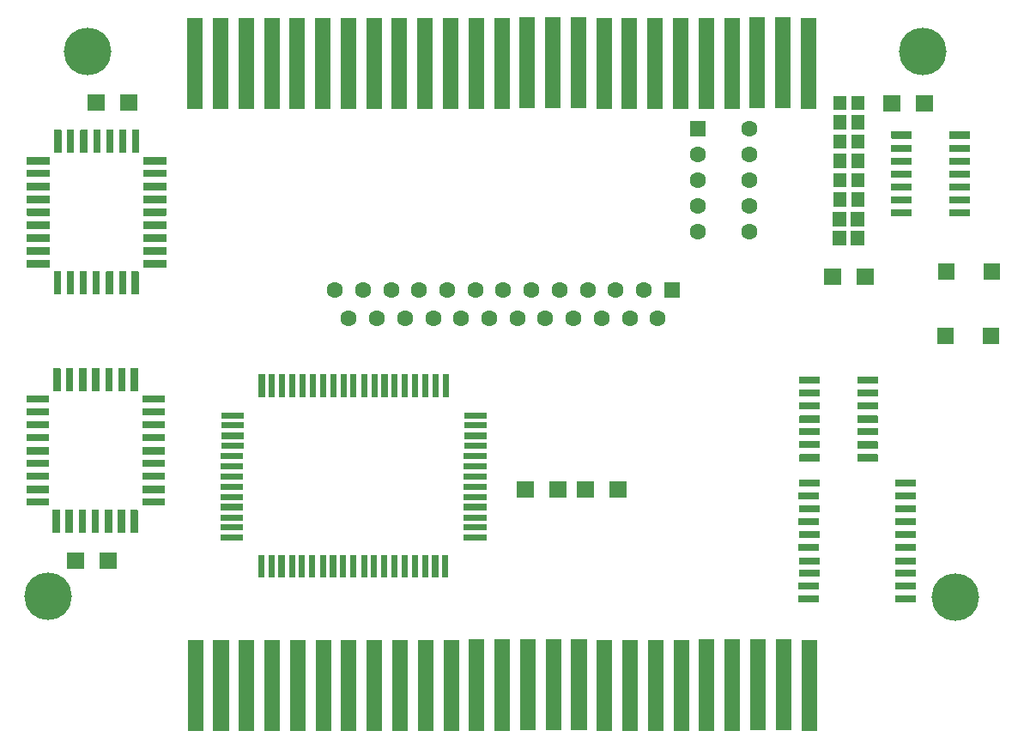
<source format=gbr>
%TF.GenerationSoftware,KiCad,Pcbnew,(6.0.2)*%
%TF.CreationDate,2022-07-22T23:45:13-05:00*%
%TF.ProjectId,REF1329_Optimized,52454631-3332-4395-9f4f-7074696d697a,rev?*%
%TF.SameCoordinates,Original*%
%TF.FileFunction,Soldermask,Top*%
%TF.FilePolarity,Negative*%
%FSLAX46Y46*%
G04 Gerber Fmt 4.6, Leading zero omitted, Abs format (unit mm)*
G04 Created by KiCad (PCBNEW (6.0.2)) date 2022-07-22 23:45:13*
%MOMM*%
%LPD*%
G01*
G04 APERTURE LIST*
%ADD10C,0.000000*%
%ADD11C,0.795000*%
%ADD12C,4.680000*%
%ADD13R,1.310000X1.390000*%
%ADD14R,1.530000X9.000000*%
%ADD15R,1.710000X1.630000*%
%ADD16R,1.590000X1.590000*%
%ADD17R,1.600000X1.600000*%
%ADD18C,1.600000*%
%ADD19R,1.700000X1.630000*%
%ADD20R,0.700000X2.270000*%
%ADD21R,2.270000X0.700000*%
%ADD22R,2.000000X0.700000*%
%ADD23R,0.600000X2.220000*%
%ADD24R,2.220000X0.600000*%
G04 APERTURE END LIST*
D10*
G36*
X110160800Y-73775700D02*
G01*
X108460800Y-73775700D01*
X108460800Y-72145700D01*
X110160800Y-72145700D01*
X110160800Y-73775700D01*
G37*
G36*
X190122400Y-113395100D02*
G01*
X188122400Y-113395100D01*
X188122400Y-112695100D01*
X190122400Y-112695100D01*
X190122400Y-113395100D01*
G37*
G36*
X127906800Y-101971000D02*
G01*
X127306800Y-101971000D01*
X127306800Y-99751000D01*
X127906800Y-99751000D01*
X127906800Y-101971000D01*
G37*
G36*
X116081400Y-103790700D02*
G01*
X113811400Y-103790700D01*
X113811400Y-103090700D01*
X116081400Y-103090700D01*
X116081400Y-103790700D01*
G37*
G36*
X195440500Y-81605400D02*
G01*
X193440500Y-81605400D01*
X193440500Y-80905400D01*
X195440500Y-80905400D01*
X195440500Y-81605400D01*
G37*
G36*
X125922400Y-101971000D02*
G01*
X125322400Y-101971000D01*
X125322400Y-99751000D01*
X125922400Y-99751000D01*
X125922400Y-101971000D01*
G37*
G36*
X157673200Y-134885700D02*
G01*
X156143200Y-134885700D01*
X156143200Y-125885700D01*
X157673200Y-125885700D01*
X157673200Y-134885700D01*
G37*
G36*
X180597400Y-114665100D02*
G01*
X178597400Y-114665100D01*
X178597400Y-113965100D01*
X180597400Y-113965100D01*
X180597400Y-114665100D01*
G37*
G36*
X108430500Y-77905700D02*
G01*
X107730500Y-77905700D01*
X107730500Y-75635700D01*
X108430500Y-75635700D01*
X108430500Y-77905700D01*
G37*
G36*
X109660800Y-91875700D02*
G01*
X108960800Y-91875700D01*
X108960800Y-89605700D01*
X109660800Y-89605700D01*
X109660800Y-91875700D01*
G37*
G36*
X190122400Y-121015100D02*
G01*
X188122400Y-121015100D01*
X188122400Y-120315100D01*
X190122400Y-120315100D01*
X190122400Y-121015100D01*
G37*
G36*
X129891100Y-119830400D02*
G01*
X129291100Y-119830400D01*
X129291100Y-117610400D01*
X129891100Y-117610400D01*
X129891100Y-119830400D01*
G37*
G36*
X116081400Y-112720400D02*
G01*
X113811400Y-112720400D01*
X113811400Y-112020400D01*
X116081400Y-112020400D01*
X116081400Y-112720400D01*
G37*
G36*
X127867100Y-119830400D02*
G01*
X127267100Y-119830400D01*
X127267100Y-117610400D01*
X127867100Y-117610400D01*
X127867100Y-119830400D01*
G37*
G36*
X195440500Y-84185100D02*
G01*
X193440500Y-84185100D01*
X193440500Y-83485100D01*
X195440500Y-83485100D01*
X195440500Y-84185100D01*
G37*
G36*
X106962100Y-115410400D02*
G01*
X106262100Y-115410400D01*
X106262100Y-113140400D01*
X106962100Y-113140400D01*
X106962100Y-115410400D01*
G37*
G36*
X185094300Y-81275700D02*
G01*
X183784300Y-81275700D01*
X183784300Y-79885700D01*
X185094300Y-79885700D01*
X185094300Y-81275700D01*
G37*
G36*
X180676800Y-103235100D02*
G01*
X178676800Y-103235100D01*
X178676800Y-102535100D01*
X180676800Y-102535100D01*
X180676800Y-103235100D01*
G37*
G36*
X104730800Y-79025700D02*
G01*
X102460800Y-79025700D01*
X102460800Y-78325700D01*
X104730800Y-78325700D01*
X104730800Y-79025700D01*
G37*
G36*
X113510500Y-77905700D02*
G01*
X112810500Y-77905700D01*
X112810500Y-75635700D01*
X113510500Y-75635700D01*
X113510500Y-77905700D01*
G37*
G36*
X123795500Y-109098500D02*
G01*
X121575500Y-109098500D01*
X121575500Y-108498500D01*
X123795500Y-108498500D01*
X123795500Y-109098500D01*
G37*
G36*
X180597400Y-122285100D02*
G01*
X178597400Y-122285100D01*
X178597400Y-121585100D01*
X180597400Y-121585100D01*
X180597400Y-122285100D01*
G37*
G36*
X142035500Y-119830400D02*
G01*
X141435500Y-119830400D01*
X141435500Y-117610400D01*
X142035500Y-117610400D01*
X142035500Y-119830400D01*
G37*
G36*
X116200500Y-79025700D02*
G01*
X113930500Y-79025700D01*
X113930500Y-78325700D01*
X116200500Y-78325700D01*
X116200500Y-79025700D01*
G37*
G36*
X104730800Y-86645700D02*
G01*
X102460800Y-86645700D01*
X102460800Y-85945700D01*
X104730800Y-85945700D01*
X104730800Y-86645700D01*
G37*
D11*
X169041100Y-85660700D02*
G75*
G03*
X169041100Y-85660700I-397500J0D01*
G01*
D10*
G36*
X185094300Y-77465700D02*
G01*
X183784300Y-77465700D01*
X183784300Y-76075700D01*
X185094300Y-76075700D01*
X185094300Y-77465700D01*
G37*
G36*
X112161100Y-101440400D02*
G01*
X111461100Y-101440400D01*
X111461100Y-99170400D01*
X112161100Y-99170400D01*
X112161100Y-101440400D01*
G37*
G36*
X189725500Y-76485700D02*
G01*
X187725500Y-76485700D01*
X187725500Y-75785700D01*
X189725500Y-75785700D01*
X189725500Y-76485700D01*
G37*
G36*
X195440500Y-82915100D02*
G01*
X193440500Y-82915100D01*
X193440500Y-82215100D01*
X195440500Y-82215100D01*
X195440500Y-82915100D01*
G37*
G36*
X147766800Y-113146600D02*
G01*
X145546800Y-113146600D01*
X145546800Y-112546600D01*
X147766800Y-112546600D01*
X147766800Y-113146600D01*
G37*
G36*
X132455200Y-134947700D02*
G01*
X130925200Y-134947700D01*
X130925200Y-125947700D01*
X132455200Y-125947700D01*
X132455200Y-134947700D01*
G37*
G36*
X104730800Y-87915700D02*
G01*
X102460800Y-87915700D01*
X102460800Y-87215700D01*
X104730800Y-87215700D01*
X104730800Y-87915700D01*
G37*
G36*
X140051100Y-101971000D02*
G01*
X139451100Y-101971000D01*
X139451100Y-99751000D01*
X140051100Y-99751000D01*
X140051100Y-101971000D01*
G37*
G36*
X122368200Y-134956700D02*
G01*
X120838200Y-134956700D01*
X120838200Y-125956700D01*
X122368200Y-125956700D01*
X122368200Y-134956700D01*
G37*
G36*
X116081400Y-102560400D02*
G01*
X113811400Y-102560400D01*
X113811400Y-101860400D01*
X116081400Y-101860400D01*
X116081400Y-102560400D01*
G37*
G36*
X188583300Y-73815400D02*
G01*
X186883300Y-73815400D01*
X186883300Y-72185400D01*
X188583300Y-72185400D01*
X188583300Y-73815400D01*
G37*
G36*
X193886100Y-96774500D02*
G01*
X192296100Y-96774500D01*
X192296100Y-95184500D01*
X193886100Y-95184500D01*
X193886100Y-96774500D01*
G37*
G36*
X132986800Y-101971000D02*
G01*
X132386800Y-101971000D01*
X132386800Y-99751000D01*
X132986800Y-99751000D01*
X132986800Y-101971000D01*
G37*
G36*
X104651400Y-102560400D02*
G01*
X102381400Y-102560400D01*
X102381400Y-101860400D01*
X104651400Y-101860400D01*
X104651400Y-102560400D01*
G37*
G36*
X147766800Y-109098500D02*
G01*
X145546800Y-109098500D01*
X145546800Y-108498500D01*
X147766800Y-108498500D01*
X147766800Y-109098500D01*
G37*
G36*
X160193900Y-134953900D02*
G01*
X158663900Y-134953900D01*
X158663900Y-125953900D01*
X160193900Y-125953900D01*
X160193900Y-134953900D01*
G37*
G36*
X130883300Y-119830400D02*
G01*
X130283300Y-119830400D01*
X130283300Y-117610400D01*
X130883300Y-117610400D01*
X130883300Y-119830400D01*
G37*
G36*
X147806400Y-105090100D02*
G01*
X145586400Y-105090100D01*
X145586400Y-104490100D01*
X147806400Y-104490100D01*
X147806400Y-105090100D01*
G37*
D11*
X174121100Y-80580700D02*
G75*
G03*
X174121100Y-80580700I-397500J0D01*
G01*
D10*
G36*
X112280200Y-77905700D02*
G01*
X111580200Y-77905700D01*
X111580200Y-75635700D01*
X112280200Y-75635700D01*
X112280200Y-77905700D01*
G37*
G36*
X119845900Y-134952900D02*
G01*
X118315900Y-134952900D01*
X118315900Y-125952900D01*
X119845900Y-125952900D01*
X119845900Y-134952900D01*
G37*
G36*
X116200500Y-87915700D02*
G01*
X113930500Y-87915700D01*
X113930500Y-87215700D01*
X116200500Y-87215700D01*
X116200500Y-87915700D01*
G37*
G36*
X141003600Y-119830400D02*
G01*
X140403600Y-119830400D01*
X140403600Y-117610400D01*
X141003600Y-117610400D01*
X141003600Y-119830400D01*
G37*
G36*
X182749300Y-90960400D02*
G01*
X181049300Y-90960400D01*
X181049300Y-89330400D01*
X182749300Y-89330400D01*
X182749300Y-90960400D01*
G37*
G36*
X138979600Y-119830400D02*
G01*
X138379600Y-119830400D01*
X138379600Y-117610400D01*
X138979600Y-117610400D01*
X138979600Y-119830400D01*
G37*
G36*
X107081100Y-91875700D02*
G01*
X106381100Y-91875700D01*
X106381100Y-89605700D01*
X107081100Y-89605700D01*
X107081100Y-91875700D01*
G37*
G36*
X123795500Y-113146600D02*
G01*
X121575500Y-113146600D01*
X121575500Y-112546600D01*
X123795500Y-112546600D01*
X123795500Y-113146600D01*
G37*
G36*
X180676800Y-100695100D02*
G01*
X178676800Y-100695100D01*
X178676800Y-99995100D01*
X180676800Y-99995100D01*
X180676800Y-100695100D01*
G37*
G36*
X116081400Y-108910400D02*
G01*
X113811400Y-108910400D01*
X113811400Y-108210400D01*
X116081400Y-108210400D01*
X116081400Y-108910400D01*
G37*
G36*
X126874900Y-119830400D02*
G01*
X126274900Y-119830400D01*
X126274900Y-117610400D01*
X126874900Y-117610400D01*
X126874900Y-119830400D01*
G37*
G36*
X108311400Y-101440400D02*
G01*
X107611400Y-101440400D01*
X107611400Y-99170400D01*
X108311400Y-99170400D01*
X108311400Y-101440400D01*
G37*
G36*
X191798000Y-73815400D02*
G01*
X190098000Y-73815400D01*
X190098000Y-72185400D01*
X191798000Y-72185400D01*
X191798000Y-73815400D01*
G37*
G36*
X147806400Y-106121900D02*
G01*
X145586400Y-106121900D01*
X145586400Y-105521900D01*
X147806400Y-105521900D01*
X147806400Y-106121900D01*
G37*
G36*
X185094300Y-79370700D02*
G01*
X183784300Y-79370700D01*
X183784300Y-77980700D01*
X185094300Y-77980700D01*
X185094300Y-79370700D01*
G37*
G36*
X189725500Y-81605400D02*
G01*
X187725500Y-81605400D01*
X187725500Y-80905400D01*
X189725500Y-80905400D01*
X189725500Y-81605400D01*
G37*
G36*
X143067400Y-101971000D02*
G01*
X142467400Y-101971000D01*
X142467400Y-99751000D01*
X143067400Y-99751000D01*
X143067400Y-101971000D01*
G37*
G36*
X109581400Y-101440400D02*
G01*
X108881400Y-101440400D01*
X108881400Y-99170400D01*
X109581400Y-99170400D01*
X109581400Y-101440400D01*
G37*
G36*
X185094300Y-75560700D02*
G01*
X183784300Y-75560700D01*
X183784300Y-74170700D01*
X185094300Y-74170700D01*
X185094300Y-75560700D01*
G37*
G36*
X143027700Y-119830400D02*
G01*
X142427700Y-119830400D01*
X142427700Y-117610400D01*
X143027700Y-117610400D01*
X143027700Y-119830400D01*
G37*
G36*
X109700500Y-77905700D02*
G01*
X109000500Y-77905700D01*
X109000500Y-75635700D01*
X109700500Y-75635700D01*
X109700500Y-77905700D01*
G37*
G36*
X185094300Y-83180700D02*
G01*
X183784300Y-83180700D01*
X183784300Y-81790700D01*
X185094300Y-81790700D01*
X185094300Y-83180700D01*
G37*
G36*
X180597400Y-115935100D02*
G01*
X178597400Y-115935100D01*
X178597400Y-115235100D01*
X180597400Y-115235100D01*
X180597400Y-115935100D01*
G37*
G36*
X155150900Y-134890900D02*
G01*
X153620900Y-134890900D01*
X153620900Y-125890900D01*
X155150900Y-125890900D01*
X155150900Y-134890900D01*
G37*
G36*
X190122400Y-112085400D02*
G01*
X188122400Y-112085400D01*
X188122400Y-111385400D01*
X190122400Y-111385400D01*
X190122400Y-112085400D01*
G37*
G36*
X162716200Y-134948700D02*
G01*
X161186200Y-134948700D01*
X161186200Y-125948700D01*
X162716200Y-125948700D01*
X162716200Y-134948700D01*
G37*
G36*
X180597400Y-113395100D02*
G01*
X178597400Y-113395100D01*
X178597400Y-112695100D01*
X180597400Y-112695100D01*
X180597400Y-113395100D01*
G37*
G36*
X124889900Y-134951900D02*
G01*
X123359900Y-134951900D01*
X123359900Y-125951900D01*
X124889900Y-125951900D01*
X124889900Y-134951900D01*
G37*
G36*
X116200500Y-86645700D02*
G01*
X113930500Y-86645700D01*
X113930500Y-85945700D01*
X116200500Y-85945700D01*
X116200500Y-86645700D01*
G37*
G36*
X134976900Y-134937900D02*
G01*
X133446900Y-134937900D01*
X133446900Y-125937900D01*
X134976900Y-125937900D01*
X134976900Y-134937900D01*
G37*
G36*
X129930800Y-101971000D02*
G01*
X129330800Y-101971000D01*
X129330800Y-99751000D01*
X129930800Y-99751000D01*
X129930800Y-101971000D01*
G37*
G36*
X104651400Y-105100400D02*
G01*
X102381400Y-105100400D01*
X102381400Y-104400400D01*
X104651400Y-104400400D01*
X104651400Y-105100400D01*
G37*
G36*
X127412200Y-134946700D02*
G01*
X125882200Y-134946700D01*
X125882200Y-125946700D01*
X127412200Y-125946700D01*
X127412200Y-134946700D01*
G37*
G36*
X142542200Y-134940700D02*
G01*
X141012200Y-134940700D01*
X141012200Y-125940700D01*
X142542200Y-125940700D01*
X142542200Y-134940700D01*
G37*
G36*
X147586200Y-134925700D02*
G01*
X146056200Y-134925700D01*
X146056200Y-125925700D01*
X147586200Y-125925700D01*
X147586200Y-134925700D01*
G37*
G36*
X123795500Y-114178500D02*
G01*
X121575500Y-114178500D01*
X121575500Y-113578500D01*
X123795500Y-113578500D01*
X123795500Y-114178500D01*
G37*
G36*
X104730800Y-84066000D02*
G01*
X102460800Y-84066000D01*
X102460800Y-83366000D01*
X104730800Y-83366000D01*
X104730800Y-84066000D01*
G37*
G36*
X104651400Y-103790700D02*
G01*
X102381400Y-103790700D01*
X102381400Y-103090700D01*
X104651400Y-103090700D01*
X104651400Y-103790700D01*
G37*
G36*
X147806400Y-104097900D02*
G01*
X145586400Y-104097900D01*
X145586400Y-103497900D01*
X147806400Y-103497900D01*
X147806400Y-104097900D01*
G37*
G36*
X136042700Y-101971000D02*
G01*
X135442700Y-101971000D01*
X135442700Y-99751000D01*
X136042700Y-99751000D01*
X136042700Y-101971000D01*
G37*
G36*
X180597400Y-118514800D02*
G01*
X178597400Y-118514800D01*
X178597400Y-117814800D01*
X180597400Y-117814800D01*
X180597400Y-118514800D01*
G37*
G36*
X161635500Y-111915400D02*
G01*
X159935500Y-111915400D01*
X159935500Y-110285400D01*
X161635500Y-110285400D01*
X161635500Y-111915400D01*
G37*
G36*
X113470800Y-91875700D02*
G01*
X112770800Y-91875700D01*
X112770800Y-89605700D01*
X113470800Y-89605700D01*
X113470800Y-91875700D01*
G37*
G36*
X195440500Y-79065400D02*
G01*
X193440500Y-79065400D01*
X193440500Y-78365400D01*
X195440500Y-78365400D01*
X195440500Y-79065400D01*
G37*
G36*
X155642700Y-111915400D02*
G01*
X153942700Y-111915400D01*
X153942700Y-110285400D01*
X155642700Y-110285400D01*
X155642700Y-111915400D01*
G37*
G36*
X110891100Y-101440400D02*
G01*
X110191100Y-101440400D01*
X110191100Y-99170400D01*
X110891100Y-99170400D01*
X110891100Y-101440400D01*
G37*
G36*
X185094300Y-73655700D02*
G01*
X183784300Y-73655700D01*
X183784300Y-72265700D01*
X185094300Y-72265700D01*
X185094300Y-73655700D01*
G37*
G36*
X112121400Y-115410400D02*
G01*
X111421400Y-115410400D01*
X111421400Y-113140400D01*
X112121400Y-113140400D01*
X112121400Y-115410400D01*
G37*
G36*
X142075200Y-101971000D02*
G01*
X141475200Y-101971000D01*
X141475200Y-99751000D01*
X142075200Y-99751000D01*
X142075200Y-101971000D01*
G37*
D11*
X169041100Y-75500700D02*
G75*
G03*
X169041100Y-75500700I-397500J0D01*
G01*
D10*
G36*
X116081400Y-107600700D02*
G01*
X113811400Y-107600700D01*
X113811400Y-106900700D01*
X116081400Y-106900700D01*
X116081400Y-107600700D01*
G37*
G36*
X105850800Y-77905700D02*
G01*
X105150800Y-77905700D01*
X105150800Y-75635700D01*
X105850800Y-75635700D01*
X105850800Y-77905700D01*
G37*
G36*
X123795500Y-116162900D02*
G01*
X121575500Y-116162900D01*
X121575500Y-115562900D01*
X123795500Y-115562900D01*
X123795500Y-116162900D01*
G37*
G36*
X186352100Y-100695100D02*
G01*
X184352100Y-100695100D01*
X184352100Y-99995100D01*
X186352100Y-99995100D01*
X186352100Y-100695100D01*
G37*
G36*
X152629200Y-134900700D02*
G01*
X151099200Y-134900700D01*
X151099200Y-125900700D01*
X152629200Y-125900700D01*
X152629200Y-134900700D01*
G37*
G36*
X116200500Y-89185700D02*
G01*
X113930500Y-89185700D01*
X113930500Y-88485700D01*
X116200500Y-88485700D01*
X116200500Y-89185700D01*
G37*
D11*
X174121100Y-75500700D02*
G75*
G03*
X174121100Y-75500700I-397500J0D01*
G01*
D10*
G36*
X104651400Y-110180400D02*
G01*
X102381400Y-110180400D01*
X102381400Y-109480400D01*
X104651400Y-109480400D01*
X104651400Y-110180400D01*
G37*
G36*
X186352100Y-105775100D02*
G01*
X184352100Y-105775100D01*
X184352100Y-105075100D01*
X186352100Y-105075100D01*
X186352100Y-105775100D01*
G37*
G36*
X141043300Y-101971000D02*
G01*
X140443300Y-101971000D01*
X140443300Y-99751000D01*
X141043300Y-99751000D01*
X141043300Y-101971000D01*
G37*
G36*
X104730800Y-81565700D02*
G01*
X102460800Y-81565700D01*
X102460800Y-80865700D01*
X104730800Y-80865700D01*
X104730800Y-81565700D01*
G37*
G36*
X147806400Y-107074500D02*
G01*
X145586400Y-107074500D01*
X145586400Y-106474500D01*
X147806400Y-106474500D01*
X147806400Y-107074500D01*
G37*
G36*
X186352100Y-108275400D02*
G01*
X184352100Y-108275400D01*
X184352100Y-107575400D01*
X186352100Y-107575400D01*
X186352100Y-108275400D01*
G37*
G36*
X134971100Y-101971000D02*
G01*
X134371100Y-101971000D01*
X134371100Y-99751000D01*
X134971100Y-99751000D01*
X134971100Y-101971000D01*
G37*
G36*
X190122400Y-118514800D02*
G01*
X188122400Y-118514800D01*
X188122400Y-117814800D01*
X190122400Y-117814800D01*
X190122400Y-118514800D01*
G37*
G36*
X180597400Y-112085400D02*
G01*
X178597400Y-112085400D01*
X178597400Y-111385400D01*
X180597400Y-111385400D01*
X180597400Y-112085400D01*
G37*
G36*
X183308300Y-73655700D02*
G01*
X181998300Y-73655700D01*
X181998300Y-72265700D01*
X183308300Y-72265700D01*
X183308300Y-73655700D01*
G37*
G36*
X116200500Y-85375700D02*
G01*
X113930500Y-85375700D01*
X113930500Y-84675700D01*
X116200500Y-84675700D01*
X116200500Y-85375700D01*
G37*
G36*
X147766800Y-114178500D02*
G01*
X145546800Y-114178500D01*
X145546800Y-113578500D01*
X147766800Y-113578500D01*
X147766800Y-114178500D01*
G37*
D11*
X169041100Y-83120700D02*
G75*
G03*
X169041100Y-83120700I-397500J0D01*
G01*
D10*
G36*
X128938600Y-101971000D02*
G01*
X128338600Y-101971000D01*
X128338600Y-99751000D01*
X128938600Y-99751000D01*
X128938600Y-101971000D01*
G37*
G36*
X104651400Y-107600700D02*
G01*
X102381400Y-107600700D01*
X102381400Y-106900700D01*
X104651400Y-106900700D01*
X104651400Y-107600700D01*
G37*
G36*
X183308300Y-81275700D02*
G01*
X181998300Y-81275700D01*
X181998300Y-79885700D01*
X183308300Y-79885700D01*
X183308300Y-81275700D01*
G37*
G36*
X190122400Y-115935100D02*
G01*
X188122400Y-115935100D01*
X188122400Y-115235100D01*
X190122400Y-115235100D01*
X190122400Y-115935100D01*
G37*
D11*
X169041100Y-78040700D02*
G75*
G03*
X169041100Y-78040700I-397500J0D01*
G01*
D10*
G36*
X183308300Y-83180700D02*
G01*
X181998300Y-83180700D01*
X181998300Y-81790700D01*
X183308300Y-81790700D01*
X183308300Y-83180700D01*
G37*
G36*
X147766800Y-112154500D02*
G01*
X145546800Y-112154500D01*
X145546800Y-111554500D01*
X147766800Y-111554500D01*
X147766800Y-112154500D01*
G37*
G36*
X110851400Y-115410400D02*
G01*
X110151400Y-115410400D01*
X110151400Y-113140400D01*
X110851400Y-113140400D01*
X110851400Y-115410400D01*
G37*
G36*
X108271800Y-115410400D02*
G01*
X107571800Y-115410400D01*
X107571800Y-113140400D01*
X108271800Y-113140400D01*
X108271800Y-115410400D01*
G37*
G36*
X105731800Y-101440400D02*
G01*
X105031800Y-101440400D01*
X105031800Y-99170400D01*
X105731800Y-99170400D01*
X105731800Y-101440400D01*
G37*
G36*
X123795500Y-108106300D02*
G01*
X121575500Y-108106300D01*
X121575500Y-107506300D01*
X123795500Y-107506300D01*
X123795500Y-108106300D01*
G37*
G36*
X138027100Y-101971000D02*
G01*
X137427100Y-101971000D01*
X137427100Y-99751000D01*
X138027100Y-99751000D01*
X138027100Y-101971000D01*
G37*
G36*
X123835200Y-106121900D02*
G01*
X121615200Y-106121900D01*
X121615200Y-105521900D01*
X123835200Y-105521900D01*
X123835200Y-106121900D01*
G37*
G36*
X180676800Y-105775100D02*
G01*
X178676800Y-105775100D01*
X178676800Y-105075100D01*
X180676800Y-105075100D01*
X180676800Y-105775100D01*
G37*
G36*
X111010200Y-77905700D02*
G01*
X110310200Y-77905700D01*
X110310200Y-75635700D01*
X111010200Y-75635700D01*
X111010200Y-77905700D01*
G37*
G36*
X104651400Y-106370400D02*
G01*
X102381400Y-106370400D01*
X102381400Y-105670400D01*
X104651400Y-105670400D01*
X104651400Y-106370400D01*
G37*
G36*
X180597400Y-121015100D02*
G01*
X178597400Y-121015100D01*
X178597400Y-120315100D01*
X180597400Y-120315100D01*
X180597400Y-121015100D01*
G37*
G36*
X108390800Y-91875700D02*
G01*
X107690800Y-91875700D01*
X107690800Y-89605700D01*
X108390800Y-89605700D01*
X108390800Y-91875700D01*
G37*
G36*
X130923000Y-101971000D02*
G01*
X130323000Y-101971000D01*
X130323000Y-99751000D01*
X130923000Y-99751000D01*
X130923000Y-101971000D01*
G37*
G36*
X190122400Y-117205100D02*
G01*
X188122400Y-117205100D01*
X188122400Y-116505100D01*
X190122400Y-116505100D01*
X190122400Y-117205100D01*
G37*
G36*
X167760200Y-134933700D02*
G01*
X166230200Y-134933700D01*
X166230200Y-125933700D01*
X167760200Y-125933700D01*
X167760200Y-134933700D01*
G37*
G36*
X140011400Y-119830400D02*
G01*
X139411400Y-119830400D01*
X139411400Y-117610400D01*
X140011400Y-117610400D01*
X140011400Y-119830400D01*
G37*
G36*
X189725500Y-80375100D02*
G01*
X187725500Y-80375100D01*
X187725500Y-79675100D01*
X189725500Y-79675100D01*
X189725500Y-80375100D01*
G37*
G36*
X183308300Y-75560700D02*
G01*
X181998300Y-75560700D01*
X181998300Y-74170700D01*
X183308300Y-74170700D01*
X183308300Y-75560700D01*
G37*
G36*
X195440500Y-80375100D02*
G01*
X193440500Y-80375100D01*
X193440500Y-79675100D01*
X195440500Y-79675100D01*
X195440500Y-80375100D01*
G37*
G36*
X147766800Y-108106300D02*
G01*
X145546800Y-108106300D01*
X145546800Y-107506300D01*
X147766800Y-107506300D01*
X147766800Y-108106300D01*
G37*
G36*
X116081400Y-106370400D02*
G01*
X113811400Y-106370400D01*
X113811400Y-105670400D01*
X116081400Y-105670400D01*
X116081400Y-106370400D01*
G37*
G36*
X185964000Y-90960400D02*
G01*
X184264000Y-90960400D01*
X184264000Y-89330400D01*
X185964000Y-89330400D01*
X185964000Y-90960400D01*
G37*
G36*
X183308300Y-79370700D02*
G01*
X181998300Y-79370700D01*
X181998300Y-77980700D01*
X183308300Y-77980700D01*
X183308300Y-79370700D01*
G37*
G36*
X186352100Y-104505100D02*
G01*
X184352100Y-104505100D01*
X184352100Y-103805100D01*
X186352100Y-103805100D01*
X186352100Y-104505100D01*
G37*
D11*
X169041100Y-80580700D02*
G75*
G03*
X169041100Y-80580700I-397500J0D01*
G01*
D10*
G36*
X147766800Y-110130400D02*
G01*
X145546800Y-110130400D01*
X145546800Y-109530400D01*
X147766800Y-109530400D01*
X147766800Y-110130400D01*
G37*
G36*
X145063900Y-134930900D02*
G01*
X143533900Y-134930900D01*
X143533900Y-125930900D01*
X145063900Y-125930900D01*
X145063900Y-134930900D01*
G37*
G36*
X126914600Y-101971000D02*
G01*
X126314600Y-101971000D01*
X126314600Y-99751000D01*
X126914600Y-99751000D01*
X126914600Y-101971000D01*
G37*
G36*
X190122400Y-122285100D02*
G01*
X188122400Y-122285100D01*
X188122400Y-121585100D01*
X190122400Y-121585100D01*
X190122400Y-122285100D01*
G37*
G36*
X113351800Y-115410400D02*
G01*
X112651800Y-115410400D01*
X112651800Y-113140400D01*
X113351800Y-113140400D01*
X113351800Y-115410400D01*
G37*
G36*
X107120800Y-77905700D02*
G01*
X106420800Y-77905700D01*
X106420800Y-75635700D01*
X107120800Y-75635700D01*
X107120800Y-77905700D01*
G37*
G36*
X108136800Y-118940100D02*
G01*
X106436800Y-118940100D01*
X106436800Y-117310100D01*
X108136800Y-117310100D01*
X108136800Y-118940100D01*
G37*
G36*
X123795500Y-111122600D02*
G01*
X121575500Y-111122600D01*
X121575500Y-110522600D01*
X123795500Y-110522600D01*
X123795500Y-111122600D01*
G37*
D11*
X174121100Y-85660700D02*
G75*
G03*
X174121100Y-85660700I-397500J0D01*
G01*
D10*
G36*
X104651400Y-108910400D02*
G01*
X102381400Y-108910400D01*
X102381400Y-108210400D01*
X104651400Y-108210400D01*
X104651400Y-108910400D01*
G37*
G36*
X165237900Y-134938900D02*
G01*
X163707900Y-134938900D01*
X163707900Y-125938900D01*
X165237900Y-125938900D01*
X165237900Y-134938900D01*
G37*
G36*
X152428000Y-111915400D02*
G01*
X150728000Y-111915400D01*
X150728000Y-110285400D01*
X152428000Y-110285400D01*
X152428000Y-111915400D01*
G37*
G36*
X186352100Y-103235100D02*
G01*
X184352100Y-103235100D01*
X184352100Y-102535100D01*
X186352100Y-102535100D01*
X186352100Y-103235100D01*
G37*
G36*
X110970500Y-91875700D02*
G01*
X110270500Y-91875700D01*
X110270500Y-89605700D01*
X110970500Y-89605700D01*
X110970500Y-91875700D01*
G37*
G36*
X195440500Y-76485700D02*
G01*
X193440500Y-76485700D01*
X193440500Y-75785700D01*
X195440500Y-75785700D01*
X195440500Y-76485700D01*
G37*
G36*
X116200500Y-81565700D02*
G01*
X113930500Y-81565700D01*
X113930500Y-80865700D01*
X116200500Y-80865700D01*
X116200500Y-81565700D01*
G37*
G36*
X180676800Y-101925400D02*
G01*
X178676800Y-101925400D01*
X178676800Y-101225400D01*
X180676800Y-101225400D01*
X180676800Y-101925400D01*
G37*
G36*
X137499200Y-134932700D02*
G01*
X135969200Y-134932700D01*
X135969200Y-125932700D01*
X137499200Y-125932700D01*
X137499200Y-134932700D01*
G37*
G36*
X139019300Y-101971000D02*
G01*
X138419300Y-101971000D01*
X138419300Y-99751000D01*
X139019300Y-99751000D01*
X139019300Y-101971000D01*
G37*
G36*
X183308300Y-77465700D02*
G01*
X181998300Y-77465700D01*
X181998300Y-76075700D01*
X183308300Y-76075700D01*
X183308300Y-77465700D01*
G37*
G36*
X190122400Y-110815400D02*
G01*
X188122400Y-110815400D01*
X188122400Y-110115400D01*
X190122400Y-110115400D01*
X190122400Y-110815400D01*
G37*
G36*
X131994600Y-101971000D02*
G01*
X131394600Y-101971000D01*
X131394600Y-99751000D01*
X131994600Y-99751000D01*
X131994600Y-101971000D01*
G37*
G36*
X147766800Y-116162900D02*
G01*
X145546800Y-116162900D01*
X145546800Y-115562900D01*
X147766800Y-115562900D01*
X147766800Y-116162900D01*
G37*
G36*
X109541800Y-115410400D02*
G01*
X108841800Y-115410400D01*
X108841800Y-113140400D01*
X109541800Y-113140400D01*
X109541800Y-115410400D01*
G37*
G36*
X147766800Y-115170700D02*
G01*
X145546800Y-115170700D01*
X145546800Y-114570700D01*
X147766800Y-114570700D01*
X147766800Y-115170700D01*
G37*
D11*
X174121100Y-83120700D02*
G75*
G03*
X174121100Y-83120700I-397500J0D01*
G01*
D10*
G36*
X116081400Y-110180400D02*
G01*
X113811400Y-110180400D01*
X113811400Y-109480400D01*
X116081400Y-109480400D01*
X116081400Y-110180400D01*
G37*
G36*
X190122400Y-119745100D02*
G01*
X188122400Y-119745100D01*
X188122400Y-119045100D01*
X190122400Y-119045100D01*
X190122400Y-119745100D01*
G37*
G36*
X193925800Y-90424500D02*
G01*
X192335800Y-90424500D01*
X192335800Y-88834500D01*
X193925800Y-88834500D01*
X193925800Y-90424500D01*
G37*
G36*
X128899000Y-119830400D02*
G01*
X128299000Y-119830400D01*
X128299000Y-117610400D01*
X128899000Y-117610400D01*
X128899000Y-119830400D01*
G37*
G36*
X170280900Y-134913900D02*
G01*
X168750900Y-134913900D01*
X168750900Y-125913900D01*
X170280900Y-125913900D01*
X170280900Y-134913900D01*
G37*
G36*
X104651400Y-111450400D02*
G01*
X102381400Y-111450400D01*
X102381400Y-110750400D01*
X104651400Y-110750400D01*
X104651400Y-111450400D01*
G37*
G36*
X158420800Y-111915400D02*
G01*
X156720800Y-111915400D01*
X156720800Y-110285400D01*
X158420800Y-110285400D01*
X158420800Y-111915400D01*
G37*
G36*
X186352100Y-101925400D02*
G01*
X184352100Y-101925400D01*
X184352100Y-101225400D01*
X186352100Y-101225400D01*
X186352100Y-101925400D01*
G37*
G36*
X185054600Y-85125400D02*
G01*
X183744600Y-85125400D01*
X183744600Y-83735400D01*
X185054600Y-83735400D01*
X185054600Y-85125400D01*
G37*
G36*
X104730800Y-82835700D02*
G01*
X102460800Y-82835700D01*
X102460800Y-82135700D01*
X104730800Y-82135700D01*
X104730800Y-82835700D01*
G37*
G36*
X137987400Y-119830400D02*
G01*
X137387400Y-119830400D01*
X137387400Y-117610400D01*
X137987400Y-117610400D01*
X137987400Y-119830400D01*
G37*
G36*
X136995200Y-119830400D02*
G01*
X136395200Y-119830400D01*
X136395200Y-117610400D01*
X136995200Y-117610400D01*
X136995200Y-119830400D01*
G37*
G36*
X111351400Y-118940100D02*
G01*
X109651400Y-118940100D01*
X109651400Y-117310100D01*
X111351400Y-117310100D01*
X111351400Y-118940100D01*
G37*
G36*
X123795500Y-112154500D02*
G01*
X121575500Y-112154500D01*
X121575500Y-111554500D01*
X123795500Y-111554500D01*
X123795500Y-112154500D01*
G37*
G36*
X144059600Y-101971000D02*
G01*
X143459600Y-101971000D01*
X143459600Y-99751000D01*
X144059600Y-99751000D01*
X144059600Y-101971000D01*
G37*
G36*
X177847200Y-134893700D02*
G01*
X176317200Y-134893700D01*
X176317200Y-125893700D01*
X177847200Y-125893700D01*
X177847200Y-134893700D01*
G37*
G36*
X133979000Y-101971000D02*
G01*
X133379000Y-101971000D01*
X133379000Y-99751000D01*
X133979000Y-99751000D01*
X133979000Y-101971000D01*
G37*
G36*
X180369200Y-134952700D02*
G01*
X178839200Y-134952700D01*
X178839200Y-125952700D01*
X180369200Y-125952700D01*
X180369200Y-134952700D01*
G37*
G36*
X189725500Y-79065400D02*
G01*
X187725500Y-79065400D01*
X187725500Y-78365400D01*
X189725500Y-78365400D01*
X189725500Y-79065400D01*
G37*
G36*
X180676800Y-108275400D02*
G01*
X178676800Y-108275400D01*
X178676800Y-107575400D01*
X180676800Y-107575400D01*
X180676800Y-108275400D01*
G37*
G36*
X198410500Y-90424500D02*
G01*
X196820500Y-90424500D01*
X196820500Y-88834500D01*
X198410500Y-88834500D01*
X198410500Y-90424500D01*
G37*
G36*
X180597400Y-119745100D02*
G01*
X178597400Y-119745100D01*
X178597400Y-119045100D01*
X180597400Y-119045100D01*
X180597400Y-119745100D01*
G37*
G36*
X123795500Y-115170700D02*
G01*
X121575500Y-115170700D01*
X121575500Y-114570700D01*
X123795500Y-114570700D01*
X123795500Y-115170700D01*
G37*
G36*
X104730800Y-89185700D02*
G01*
X102460800Y-89185700D01*
X102460800Y-88485700D01*
X104730800Y-88485700D01*
X104730800Y-89185700D01*
G37*
G36*
X105692100Y-115410400D02*
G01*
X104992100Y-115410400D01*
X104992100Y-113140400D01*
X105692100Y-113140400D01*
X105692100Y-115410400D01*
G37*
G36*
X198370800Y-96774500D02*
G01*
X196780800Y-96774500D01*
X196780800Y-95184500D01*
X198370800Y-95184500D01*
X198370800Y-96774500D01*
G37*
G36*
X189725500Y-84185100D02*
G01*
X187725500Y-84185100D01*
X187725500Y-83485100D01*
X189725500Y-83485100D01*
X189725500Y-84185100D01*
G37*
G36*
X134931400Y-119830400D02*
G01*
X134331400Y-119830400D01*
X134331400Y-117610400D01*
X134931400Y-117610400D01*
X134931400Y-119830400D01*
G37*
G36*
X112240500Y-91875700D02*
G01*
X111540500Y-91875700D01*
X111540500Y-89605700D01*
X112240500Y-89605700D01*
X112240500Y-91875700D01*
G37*
G36*
X190122400Y-114665100D02*
G01*
X188122400Y-114665100D01*
X188122400Y-113965100D01*
X190122400Y-113965100D01*
X190122400Y-114665100D01*
G37*
G36*
X144019900Y-119830400D02*
G01*
X143419900Y-119830400D01*
X143419900Y-117610400D01*
X144019900Y-117610400D01*
X144019900Y-119830400D01*
G37*
G36*
X104730800Y-85375700D02*
G01*
X102460800Y-85375700D01*
X102460800Y-84675700D01*
X104730800Y-84675700D01*
X104730800Y-85375700D01*
G37*
G36*
X129932900Y-134952900D02*
G01*
X128402900Y-134952900D01*
X128402900Y-125952900D01*
X129932900Y-125952900D01*
X129932900Y-134952900D01*
G37*
G36*
X116200500Y-82835700D02*
G01*
X113930500Y-82835700D01*
X113930500Y-82135700D01*
X116200500Y-82135700D01*
X116200500Y-82835700D01*
G37*
G36*
X104651400Y-112720400D02*
G01*
X102381400Y-112720400D01*
X102381400Y-112020400D01*
X104651400Y-112020400D01*
X104651400Y-112720400D01*
G37*
G36*
X132947100Y-119830400D02*
G01*
X132347100Y-119830400D01*
X132347100Y-117610400D01*
X132947100Y-117610400D01*
X132947100Y-119830400D01*
G37*
G36*
X105811100Y-91875700D02*
G01*
X105111100Y-91875700D01*
X105111100Y-89605700D01*
X105811100Y-89605700D01*
X105811100Y-91875700D01*
G37*
G36*
X131954900Y-119830400D02*
G01*
X131354900Y-119830400D01*
X131354900Y-117610400D01*
X131954900Y-117610400D01*
X131954900Y-119830400D01*
G37*
G36*
X150106900Y-134905900D02*
G01*
X148576900Y-134905900D01*
X148576900Y-125905900D01*
X150106900Y-125905900D01*
X150106900Y-134905900D01*
G37*
G36*
X195440500Y-77795400D02*
G01*
X193440500Y-77795400D01*
X193440500Y-77095400D01*
X195440500Y-77095400D01*
X195440500Y-77795400D01*
G37*
G36*
X186352100Y-107005400D02*
G01*
X184352100Y-107005400D01*
X184352100Y-106305400D01*
X186352100Y-106305400D01*
X186352100Y-107005400D01*
G37*
G36*
X189725500Y-77795400D02*
G01*
X187725500Y-77795400D01*
X187725500Y-77095400D01*
X189725500Y-77095400D01*
X189725500Y-77795400D01*
G37*
G36*
X133939300Y-119830400D02*
G01*
X133339300Y-119830400D01*
X133339300Y-117610400D01*
X133939300Y-117610400D01*
X133939300Y-119830400D01*
G37*
G36*
X147766800Y-111122600D02*
G01*
X145546800Y-111122600D01*
X145546800Y-110522600D01*
X147766800Y-110522600D01*
X147766800Y-111122600D01*
G37*
G36*
X185054600Y-86990700D02*
G01*
X183744600Y-86990700D01*
X183744600Y-85600700D01*
X185054600Y-85600700D01*
X185054600Y-86990700D01*
G37*
G36*
X123835200Y-104097900D02*
G01*
X121615200Y-104097900D01*
X121615200Y-103497900D01*
X123835200Y-103497900D01*
X123835200Y-104097900D01*
G37*
G36*
X180597400Y-110815400D02*
G01*
X178597400Y-110815400D01*
X178597400Y-110115400D01*
X180597400Y-110115400D01*
X180597400Y-110815400D01*
G37*
G36*
X180676800Y-107005400D02*
G01*
X178676800Y-107005400D01*
X178676800Y-106305400D01*
X180676800Y-106305400D01*
X180676800Y-107005400D01*
G37*
G36*
X183268600Y-85125400D02*
G01*
X181958600Y-85125400D01*
X181958600Y-83735400D01*
X183268600Y-83735400D01*
X183268600Y-85125400D01*
G37*
G36*
X123835200Y-105090100D02*
G01*
X121615200Y-105090100D01*
X121615200Y-104490100D01*
X123835200Y-104490100D01*
X123835200Y-105090100D01*
G37*
G36*
X189725500Y-82915100D02*
G01*
X187725500Y-82915100D01*
X187725500Y-82215100D01*
X189725500Y-82215100D01*
X189725500Y-82915100D01*
G37*
G36*
X140019900Y-134945900D02*
G01*
X138489900Y-134945900D01*
X138489900Y-125945900D01*
X140019900Y-125945900D01*
X140019900Y-134945900D01*
G37*
G36*
X123795500Y-110130400D02*
G01*
X121575500Y-110130400D01*
X121575500Y-109530400D01*
X123795500Y-109530400D01*
X123795500Y-110130400D01*
G37*
G36*
X104730800Y-80256000D02*
G01*
X102460800Y-80256000D01*
X102460800Y-79556000D01*
X104730800Y-79556000D01*
X104730800Y-80256000D01*
G37*
G36*
X116081400Y-105100400D02*
G01*
X113811400Y-105100400D01*
X113811400Y-104400400D01*
X116081400Y-104400400D01*
X116081400Y-105100400D01*
G37*
G36*
X123835200Y-107074500D02*
G01*
X121615200Y-107074500D01*
X121615200Y-106474500D01*
X123835200Y-106474500D01*
X123835200Y-107074500D01*
G37*
G36*
X116200500Y-84066000D02*
G01*
X113930500Y-84066000D01*
X113930500Y-83366000D01*
X116200500Y-83366000D01*
X116200500Y-84066000D01*
G37*
D11*
X174121100Y-78040700D02*
G75*
G03*
X174121100Y-78040700I-397500J0D01*
G01*
D10*
G36*
X183268600Y-86990700D02*
G01*
X181958600Y-86990700D01*
X181958600Y-85600700D01*
X183268600Y-85600700D01*
X183268600Y-86990700D01*
G37*
G36*
X136003000Y-119830400D02*
G01*
X135403000Y-119830400D01*
X135403000Y-117610400D01*
X136003000Y-117610400D01*
X136003000Y-119830400D01*
G37*
G36*
X180597400Y-117205100D02*
G01*
X178597400Y-117205100D01*
X178597400Y-116505100D01*
X180597400Y-116505100D01*
X180597400Y-117205100D01*
G37*
G36*
X137034900Y-101971000D02*
G01*
X136434900Y-101971000D01*
X136434900Y-99751000D01*
X137034900Y-99751000D01*
X137034900Y-101971000D01*
G37*
G36*
X113375500Y-73775700D02*
G01*
X111675500Y-73775700D01*
X111675500Y-72145700D01*
X113375500Y-72145700D01*
X113375500Y-73775700D01*
G37*
G36*
X113391400Y-101440400D02*
G01*
X112691400Y-101440400D01*
X112691400Y-99170400D01*
X113391400Y-99170400D01*
X113391400Y-101440400D01*
G37*
G36*
X172803200Y-134908700D02*
G01*
X171273200Y-134908700D01*
X171273200Y-125908700D01*
X172803200Y-125908700D01*
X172803200Y-134908700D01*
G37*
G36*
X116200500Y-80256000D02*
G01*
X113930500Y-80256000D01*
X113930500Y-79556000D01*
X116200500Y-79556000D01*
X116200500Y-80256000D01*
G37*
G36*
X116081400Y-111450400D02*
G01*
X113811400Y-111450400D01*
X113811400Y-110750400D01*
X116081400Y-110750400D01*
X116081400Y-111450400D01*
G37*
G36*
X175324900Y-134898900D02*
G01*
X173794900Y-134898900D01*
X173794900Y-125898900D01*
X175324900Y-125898900D01*
X175324900Y-134898900D01*
G37*
G36*
X107001800Y-101440400D02*
G01*
X106301800Y-101440400D01*
X106301800Y-99170400D01*
X107001800Y-99170400D01*
X107001800Y-101440400D01*
G37*
G36*
X125882700Y-119830400D02*
G01*
X125282700Y-119830400D01*
X125282700Y-117610400D01*
X125882700Y-117610400D01*
X125882700Y-119830400D01*
G37*
G36*
X180676800Y-104505100D02*
G01*
X178676800Y-104505100D01*
X178676800Y-103805100D01*
X180676800Y-103805100D01*
X180676800Y-104505100D01*
G37*
D12*
%TO.C,Hole3*%
X104544000Y-121696000D03*
%TD*%
%TO.C,Hole4*%
X194003000Y-121736000D03*
%TD*%
%TO.C,Hole2*%
X190836000Y-67917000D03*
%TD*%
%TO.C,Hole1*%
X108406000Y-67875000D03*
%TD*%
D13*
%TO.C,R5*%
X182654000Y-74866000D03*
X184440000Y-74867000D03*
%TD*%
D14*
%TO.C,J2*%
X119026000Y-69080000D03*
X121544000Y-69094000D03*
X124069000Y-69082000D03*
X126596000Y-69076000D03*
X129115000Y-69090000D03*
X131634000Y-69076000D03*
X134157000Y-69065000D03*
X136676000Y-69051000D03*
X139195000Y-69079000D03*
X141723000Y-69079000D03*
X144248000Y-69070000D03*
X146769000Y-69062000D03*
X149293000Y-69046000D03*
X151813000Y-69019000D03*
X154333000Y-69031000D03*
X156852000Y-69017000D03*
X159370000Y-69083000D03*
X161894000Y-69077000D03*
X164420000Y-69067000D03*
X166938000Y-69063000D03*
X169458000Y-69048000D03*
X171977000Y-69048000D03*
X174507000Y-69032000D03*
X177033000Y-69031000D03*
X179552000Y-69090000D03*
%TD*%
D15*
%TO.C,R1*%
X157567000Y-111096900D03*
X160794000Y-111103900D03*
%TD*%
D13*
%TO.C,R4*%
X182656000Y-72961000D03*
X184442000Y-72962000D03*
%TD*%
D16*
%TO.C,SW1*%
X193086500Y-95977500D03*
X193126500Y-89627500D03*
X197572500Y-95980500D03*
X197611500Y-89628500D03*
%TD*%
D13*
%TO.C,R8*%
X182652000Y-80578000D03*
X184438000Y-80579000D03*
%TD*%
D17*
%TO.C,U3*%
X168639500Y-75512500D03*
D18*
X168639500Y-78052500D03*
X168639500Y-80592500D03*
X168639500Y-83132500D03*
X168639500Y-85672500D03*
X173719500Y-85672500D03*
X173719500Y-83132500D03*
X173719500Y-80592500D03*
X173719500Y-78052500D03*
X173719500Y-75512500D03*
%TD*%
D19*
%TO.C,C3*%
X151578400Y-111101100D03*
X154796400Y-111101100D03*
%TD*%
D20*
%TO.C,U2*%
X109210500Y-114259000D03*
X110479500Y-114258000D03*
X111789500Y-114257000D03*
X113059500Y-114257000D03*
D21*
X114922500Y-112352000D03*
X114925500Y-111122000D03*
X114923500Y-109815000D03*
X114924500Y-108544000D03*
X114926500Y-107312000D03*
X114923500Y-106001000D03*
X114924500Y-104733000D03*
X114924500Y-103462000D03*
X114924500Y-102194000D03*
D20*
X113099500Y-100288000D03*
X111829500Y-100289000D03*
X110519500Y-100287000D03*
X109248500Y-100285000D03*
X107937500Y-100288000D03*
X106671500Y-100285000D03*
X105440500Y-100287000D03*
D21*
X103494500Y-102193000D03*
X103494500Y-103465000D03*
X103493500Y-104733000D03*
X103494500Y-106004000D03*
X103495500Y-107311000D03*
X103494500Y-108543000D03*
X103497500Y-109812000D03*
X103494500Y-111124000D03*
X103493500Y-112355000D03*
D20*
X105398500Y-114259000D03*
X106629500Y-114256000D03*
X107900500Y-114257000D03*
%TD*%
D13*
%TO.C,R7*%
X182652000Y-78675000D03*
X184438000Y-78676000D03*
%TD*%
D22*
%TO.C,U5*%
X185364500Y-107986000D03*
X185363500Y-106719000D03*
X185369500Y-105405000D03*
X185362500Y-104179000D03*
X185362500Y-102868000D03*
X185363500Y-101596000D03*
X185361500Y-100286000D03*
X179648500Y-100284000D03*
X179648500Y-101595000D03*
X179650500Y-102865000D03*
X179646500Y-104177000D03*
X179647500Y-105403000D03*
X179648500Y-106711000D03*
X179648500Y-107983000D03*
%TD*%
D14*
%TO.C,J4*%
X119072000Y-130450000D03*
X121590000Y-130464000D03*
X124115000Y-130452000D03*
X126642000Y-130446000D03*
X129161000Y-130460000D03*
X131680000Y-130446000D03*
X134203000Y-130435000D03*
X136722000Y-130421000D03*
X139241000Y-130449000D03*
X141769000Y-130449000D03*
X144294000Y-130440000D03*
X146815000Y-130432000D03*
X149339000Y-130416000D03*
X151859000Y-130389000D03*
X154379000Y-130401000D03*
X156898000Y-130387000D03*
X159416000Y-130453000D03*
X161940000Y-130447000D03*
X164466000Y-130437000D03*
X166984000Y-130433000D03*
X169504000Y-130418000D03*
X172023000Y-130418000D03*
X174553000Y-130402000D03*
X177079000Y-130401000D03*
X179598000Y-130460000D03*
%TD*%
D19*
%TO.C,C1*%
X109306400Y-72963100D03*
X112524400Y-72963100D03*
%TD*%
D13*
%TO.C,R10*%
X182616000Y-84428000D03*
X184402000Y-84429000D03*
%TD*%
D22*
%TO.C,U6*%
X189124000Y-121938000D03*
X189121000Y-120668000D03*
X189121000Y-119398000D03*
X189121000Y-118168000D03*
X189122000Y-116859000D03*
X189122000Y-115586000D03*
X189120000Y-114317000D03*
X189122000Y-113047000D03*
X189121000Y-111736000D03*
X189121000Y-110468000D03*
X179597000Y-110465000D03*
X179595000Y-111738000D03*
X179597000Y-113046000D03*
X179595000Y-114318000D03*
X179598000Y-115587000D03*
X179595000Y-116855000D03*
X179597000Y-118167000D03*
X179599000Y-119397000D03*
X179596000Y-120666000D03*
X179596000Y-121935000D03*
%TD*%
D15*
%TO.C,R2*%
X187733000Y-72995900D03*
X190960000Y-73002900D03*
%TD*%
D20*
%TO.C,U1*%
X109293000Y-90731000D03*
X110562000Y-90730000D03*
X111872000Y-90729000D03*
X113142000Y-90729000D03*
D21*
X115005000Y-88824000D03*
X115008000Y-87594000D03*
X115006000Y-86287000D03*
X115007000Y-85016000D03*
X115009000Y-83784000D03*
X115006000Y-82473000D03*
X115007000Y-81205000D03*
X115007000Y-79934000D03*
X115007000Y-78666000D03*
D20*
X113182000Y-76760000D03*
X111912000Y-76761000D03*
X110602000Y-76759000D03*
X109331000Y-76757000D03*
X108020000Y-76760000D03*
X106754000Y-76757000D03*
X105523000Y-76759000D03*
D21*
X103577000Y-78665000D03*
X103577000Y-79937000D03*
X103576000Y-81205000D03*
X103577000Y-82476000D03*
X103578000Y-83783000D03*
X103577000Y-85015000D03*
X103580000Y-86284000D03*
X103577000Y-87596000D03*
X103576000Y-88827000D03*
D20*
X105481000Y-90731000D03*
X106712000Y-90728000D03*
X107983000Y-90729000D03*
%TD*%
D13*
%TO.C,R11*%
X182613000Y-86299000D03*
X184399000Y-86300000D03*
%TD*%
D15*
%TO.C,R3*%
X181888000Y-90139900D03*
X185115000Y-90146900D03*
%TD*%
D23*
%TO.C,U7*%
X125579000Y-118720000D03*
X126570000Y-118718000D03*
X127560000Y-118719000D03*
X128597000Y-118718000D03*
X129589000Y-118720000D03*
X130577000Y-118723000D03*
X131648000Y-118722000D03*
X132642000Y-118720000D03*
X133633000Y-118719000D03*
X134628000Y-118719000D03*
X135700000Y-118718000D03*
X136689000Y-118717000D03*
X137685000Y-118718000D03*
X138674000Y-118718000D03*
X139709000Y-118719000D03*
X140701000Y-118715000D03*
X141732000Y-118717000D03*
X142722000Y-118718000D03*
X143716000Y-118719000D03*
D24*
X146655000Y-115862000D03*
X146652000Y-114869000D03*
X146652000Y-113877000D03*
X146654000Y-112847000D03*
X146652000Y-111854000D03*
X146653000Y-110822000D03*
X146653000Y-109829000D03*
X146653000Y-108797000D03*
X146651000Y-107805000D03*
X146692000Y-106773000D03*
X146692000Y-105821000D03*
X146693000Y-104788000D03*
X146691000Y-103796000D03*
D23*
X143753000Y-100865000D03*
X142765000Y-100860000D03*
X141772000Y-100861000D03*
X140739000Y-100860000D03*
X139746000Y-100861000D03*
X138714000Y-100859000D03*
X137722000Y-100862000D03*
X136730000Y-100859000D03*
X135739000Y-100856000D03*
X134667000Y-100863000D03*
X133675000Y-100861000D03*
X132685000Y-100860000D03*
X131688000Y-100858000D03*
X130618000Y-100859000D03*
X129628000Y-100860000D03*
X128632000Y-100859000D03*
X127602000Y-100860000D03*
X126605000Y-100860000D03*
X125616000Y-100860000D03*
D24*
X122720000Y-103794000D03*
X122720000Y-104790000D03*
X122720000Y-105821000D03*
X122720000Y-106777000D03*
X122680000Y-107805000D03*
X122681000Y-108797000D03*
X122681000Y-109830000D03*
X122681000Y-110822000D03*
X122681000Y-111853000D03*
X122680000Y-112845000D03*
X122680000Y-113877000D03*
X122682000Y-114868000D03*
X122682000Y-115862000D03*
%TD*%
D13*
%TO.C,R6*%
X182654000Y-76767000D03*
X184440000Y-76768000D03*
%TD*%
%TO.C,R9*%
X182652000Y-82485000D03*
X184438000Y-82486000D03*
%TD*%
D19*
%TO.C,C2*%
X107284400Y-118120100D03*
X110502400Y-118120100D03*
%TD*%
D22*
%TO.C,U4*%
X194449500Y-83832000D03*
X194448500Y-82565000D03*
X194454500Y-81251000D03*
X194447500Y-80025000D03*
X194447500Y-78714000D03*
X194448500Y-77442000D03*
X194446500Y-76132000D03*
X188733500Y-76130000D03*
X188733500Y-77441000D03*
X188735500Y-78711000D03*
X188731500Y-80023000D03*
X188732500Y-81249000D03*
X188733500Y-82557000D03*
X188733500Y-83829000D03*
%TD*%
D17*
%TO.C,J1*%
X166066000Y-91391700D03*
D18*
X163296000Y-91391700D03*
X160526000Y-91391700D03*
X157756000Y-91391700D03*
X154986000Y-91391700D03*
X152216000Y-91391700D03*
X149446000Y-91391700D03*
X146676000Y-91391700D03*
X143906000Y-91391700D03*
X141136000Y-91391700D03*
X138366000Y-91391700D03*
X135596000Y-91391700D03*
X132826000Y-91391700D03*
X164681000Y-94231700D03*
X161911000Y-94231700D03*
X159141000Y-94231700D03*
X156371000Y-94231700D03*
X153601000Y-94231700D03*
X150831000Y-94231700D03*
X148061000Y-94231700D03*
X145291000Y-94231700D03*
X142521000Y-94231700D03*
X139751000Y-94231700D03*
X136981000Y-94231700D03*
X134211000Y-94231700D03*
%TD*%
M02*

</source>
